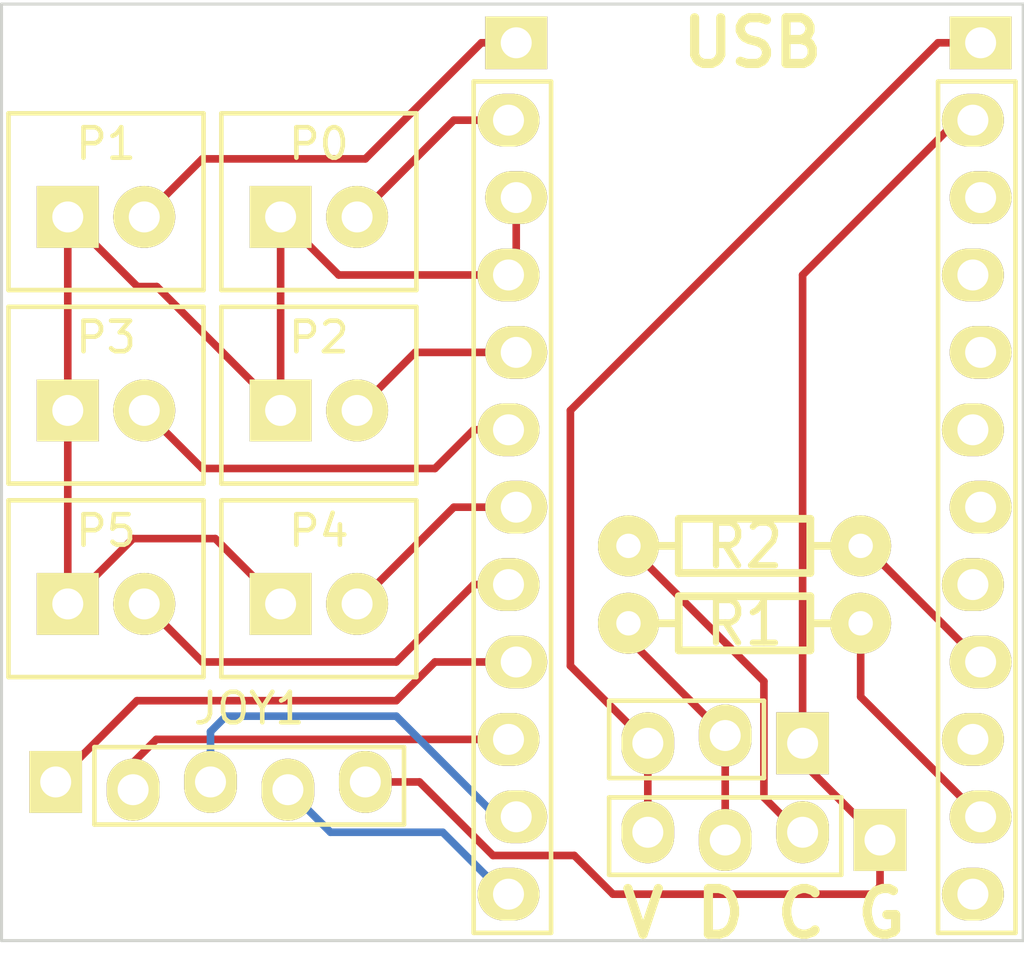
<source format=kicad_pcb>
(kicad_pcb (version 4) (host pcbnew "(after 2015-may-01 BZR unknown)-product")

  (general
    (links 28)
    (no_connects 1)
    (area 0 0 0 0)
    (thickness 1.6)
    (drawings 6)
    (tracks 74)
    (zones 0)
    (modules 13)
    (nets 25)
  )

  (page A4)
  (layers
    (0 F.Cu signal)
    (31 B.Cu signal)
    (32 B.Adhes user)
    (33 F.Adhes user)
    (34 B.Paste user)
    (35 F.Paste user)
    (36 B.SilkS user)
    (37 F.SilkS user)
    (38 B.Mask user)
    (39 F.Mask user)
    (40 Dwgs.User user)
    (41 Cmts.User user)
    (42 Eco1.User user)
    (43 Eco2.User user)
    (44 Edge.Cuts user)
    (45 Margin user)
    (46 B.CrtYd user)
    (47 F.CrtYd user)
    (48 B.Fab user)
    (49 F.Fab user)
  )

  (setup
    (last_trace_width 0.25)
    (trace_clearance 0.2)
    (zone_clearance 0.508)
    (zone_45_only no)
    (trace_min 0.2)
    (segment_width 0.2)
    (edge_width 0.1)
    (via_size 0.6)
    (via_drill 0.4)
    (via_min_size 0.4)
    (via_min_drill 0.3)
    (uvia_size 0.3)
    (uvia_drill 0.1)
    (uvias_allowed no)
    (uvia_min_size 0.2)
    (uvia_min_drill 0.1)
    (pcb_text_width 0.3)
    (pcb_text_size 1.5 1.5)
    (mod_edge_width 0.15)
    (mod_text_size 1 1)
    (mod_text_width 0.15)
    (pad_size 1.5 1.5)
    (pad_drill 0.6)
    (pad_to_mask_clearance 0)
    (aux_axis_origin 0 0)
    (visible_elements FFFFF77F)
    (pcbplotparams
      (layerselection 0x00030_80000001)
      (usegerberextensions false)
      (excludeedgelayer true)
      (linewidth 0.100000)
      (plotframeref false)
      (viasonmask false)
      (mode 1)
      (useauxorigin false)
      (hpglpennumber 1)
      (hpglpenspeed 20)
      (hpglpendiameter 15)
      (hpglpenoverlay 2)
      (psnegative false)
      (psa4output false)
      (plotreference true)
      (plotvalue true)
      (plotinvisibletext false)
      (padsonsilk false)
      (subtractmaskfromsilk false)
      (outputformat 1)
      (mirror false)
      (drillshape 1)
      (scaleselection 1)
      (outputdirectory ""))
  )

  (net 0 "")
  (net 1 D1)
  (net 2 D0)
  (net 3 GND)
  (net 4 D2)
  (net 5 D3)
  (net 6 D4)
  (net 7 D5)
  (net 8 D6)
  (net 9 D7)
  (net 10 D8)
  (net 11 D9)
  (net 12 RAW)
  (net 13 RST)
  (net 14 VCC)
  (net 15 21)
  (net 16 20)
  (net 17 19)
  (net 18 18)
  (net 19 SCLK)
  (net 20 14)
  (net 21 MOSI)
  (net 22 D10)
  (net 23 "Net-(L1-Pad2)")
  (net 24 "Net-(L2-Pad2)")

  (net_class Default "This is the default net class."
    (clearance 0.2)
    (trace_width 0.25)
    (via_dia 0.6)
    (via_drill 0.4)
    (uvia_dia 0.3)
    (uvia_drill 0.1)
    (add_net 14)
    (add_net 18)
    (add_net 19)
    (add_net 20)
    (add_net 21)
    (add_net D0)
    (add_net D1)
    (add_net D10)
    (add_net D2)
    (add_net D3)
    (add_net D4)
    (add_net D5)
    (add_net D6)
    (add_net D7)
    (add_net D8)
    (add_net D9)
    (add_net GND)
    (add_net MOSI)
    (add_net "Net-(L1-Pad2)")
    (add_net "Net-(L2-Pad2)")
    (add_net RAW)
    (add_net RST)
    (add_net SCLK)
    (add_net VCC)
  )

  (module PCB:1x12_offset (layer F.Cu) (tedit 557F2B60) (tstamp 557F22AB)
    (at 101.6 101.6)
    (descr "Through hole pin header")
    (tags "pin header")
    (path /557F0FDB)
    (fp_text reference H1 (at 0 -5.1) (layer F.SilkS) hide
      (effects (font (size 1 1) (thickness 0.15)))
    )
    (fp_text value CONN_01X12 (at 0 -3.1) (layer F.Fab) hide
      (effects (font (size 1 1) (thickness 0.15)))
    )
    (fp_line (start 1.27 1.27) (end 1.27 29.21) (layer F.SilkS) (width 0.15))
    (fp_line (start 1.27 29.21) (end -1.27 29.21) (layer F.SilkS) (width 0.15))
    (fp_line (start -1.27 29.21) (end -1.27 1.27) (layer F.SilkS) (width 0.15))
    (fp_line (start 1.27 1.27) (end -1.27 1.27) (layer F.SilkS) (width 0.15))
    (pad 1 thru_hole rect (at 0.127 0) (size 2.032 1.7272) (drill 1.016) (layers *.Cu *.Mask F.SilkS)
      (net 1 D1))
    (pad 2 thru_hole oval (at -0.127 2.54) (size 2.032 1.7272) (drill 1.016) (layers *.Cu *.Mask F.SilkS)
      (net 2 D0))
    (pad 3 thru_hole oval (at 0.127 5.08) (size 2.032 1.7272) (drill 1.016) (layers *.Cu *.Mask F.SilkS)
      (net 3 GND))
    (pad 4 thru_hole oval (at -0.127 7.62) (size 2.032 1.7272) (drill 1.016) (layers *.Cu *.Mask F.SilkS)
      (net 3 GND))
    (pad 5 thru_hole oval (at 0.127 10.16) (size 2.032 1.7272) (drill 1.016) (layers *.Cu *.Mask F.SilkS)
      (net 4 D2))
    (pad 6 thru_hole oval (at -0.127 12.7) (size 2.032 1.7272) (drill 1.016) (layers *.Cu *.Mask F.SilkS)
      (net 5 D3))
    (pad 7 thru_hole oval (at 0.127 15.24) (size 2.032 1.7272) (drill 1.016) (layers *.Cu *.Mask F.SilkS)
      (net 6 D4))
    (pad 8 thru_hole oval (at -0.127 17.78) (size 2.032 1.7272) (drill 1.016) (layers *.Cu *.Mask F.SilkS)
      (net 7 D5))
    (pad 9 thru_hole oval (at 0.127 20.32) (size 2.032 1.7272) (drill 1.016) (layers *.Cu *.Mask F.SilkS)
      (net 8 D6))
    (pad 10 thru_hole oval (at -0.127 22.86) (size 2.032 1.7272) (drill 1.016) (layers *.Cu *.Mask F.SilkS)
      (net 9 D7))
    (pad 11 thru_hole oval (at 0.127 25.4) (size 2.032 1.7272) (drill 1.016) (layers *.Cu *.Mask F.SilkS)
      (net 10 D8))
    (pad 12 thru_hole oval (at -0.127 27.94) (size 2.032 1.7272) (drill 1.016) (layers *.Cu *.Mask F.SilkS)
      (net 11 D9))
    (model Pin_Headers.3dshapes/Pin_Header_Straight_1x12.wrl
      (at (xyz 0 -0.55 0))
      (scale (xyz 1 1 1))
      (rotate (xyz 0 0 90))
    )
  )

  (module PCB:1x12_offset (layer F.Cu) (tedit 557F2B65) (tstamp 557F22BF)
    (at 116.84 101.6)
    (descr "Through hole pin header")
    (tags "pin header")
    (path /557F1053)
    (fp_text reference H2 (at 0 -5.1) (layer F.SilkS) hide
      (effects (font (size 1 1) (thickness 0.15)))
    )
    (fp_text value CONN_01X12 (at 0 -3.1) (layer F.Fab) hide
      (effects (font (size 1 1) (thickness 0.15)))
    )
    (fp_line (start 1.27 1.27) (end 1.27 29.21) (layer F.SilkS) (width 0.15))
    (fp_line (start 1.27 29.21) (end -1.27 29.21) (layer F.SilkS) (width 0.15))
    (fp_line (start -1.27 29.21) (end -1.27 1.27) (layer F.SilkS) (width 0.15))
    (fp_line (start 1.27 1.27) (end -1.27 1.27) (layer F.SilkS) (width 0.15))
    (pad 1 thru_hole rect (at 0.127 0) (size 2.032 1.7272) (drill 1.016) (layers *.Cu *.Mask F.SilkS)
      (net 12 RAW))
    (pad 2 thru_hole oval (at -0.127 2.54) (size 2.032 1.7272) (drill 1.016) (layers *.Cu *.Mask F.SilkS)
      (net 3 GND))
    (pad 3 thru_hole oval (at 0.127 5.08) (size 2.032 1.7272) (drill 1.016) (layers *.Cu *.Mask F.SilkS)
      (net 13 RST))
    (pad 4 thru_hole oval (at -0.127 7.62) (size 2.032 1.7272) (drill 1.016) (layers *.Cu *.Mask F.SilkS)
      (net 14 VCC))
    (pad 5 thru_hole oval (at 0.127 10.16) (size 2.032 1.7272) (drill 1.016) (layers *.Cu *.Mask F.SilkS)
      (net 15 21))
    (pad 6 thru_hole oval (at -0.127 12.7) (size 2.032 1.7272) (drill 1.016) (layers *.Cu *.Mask F.SilkS)
      (net 16 20))
    (pad 7 thru_hole oval (at 0.127 15.24) (size 2.032 1.7272) (drill 1.016) (layers *.Cu *.Mask F.SilkS)
      (net 17 19))
    (pad 8 thru_hole oval (at -0.127 17.78) (size 2.032 1.7272) (drill 1.016) (layers *.Cu *.Mask F.SilkS)
      (net 18 18))
    (pad 9 thru_hole oval (at 0.127 20.32) (size 2.032 1.7272) (drill 1.016) (layers *.Cu *.Mask F.SilkS)
      (net 19 SCLK))
    (pad 10 thru_hole oval (at -0.127 22.86) (size 2.032 1.7272) (drill 1.016) (layers *.Cu *.Mask F.SilkS)
      (net 20 14))
    (pad 11 thru_hole oval (at 0.127 25.4) (size 2.032 1.7272) (drill 1.016) (layers *.Cu *.Mask F.SilkS)
      (net 21 MOSI))
    (pad 12 thru_hole oval (at -0.127 27.94) (size 2.032 1.7272) (drill 1.016) (layers *.Cu *.Mask F.SilkS)
      (net 22 D10))
    (model Pin_Headers.3dshapes/Pin_Header_Straight_1x12.wrl
      (at (xyz 0 -0.55 0))
      (scale (xyz 1 1 1))
      (rotate (xyz 0 0 90))
    )
  )

  (module PCB:1x5_offset (layer F.Cu) (tedit 557F29C4) (tstamp 557F22CC)
    (at 86.614 125.984 90)
    (descr "Through hole pin header")
    (tags "pin header")
    (path /557F18EE)
    (fp_text reference JOY1 (at 2.54 6.35 180) (layer F.SilkS)
      (effects (font (size 1 1) (thickness 0.15)))
    )
    (fp_text value CONN_01X05 (at 0 -3.1 90) (layer F.Fab) hide
      (effects (font (size 1 1) (thickness 0.15)))
    )
    (fp_line (start 1.27 1.27) (end 1.27 11.43) (layer F.SilkS) (width 0.15))
    (fp_line (start 1.27 11.43) (end -1.27 11.43) (layer F.SilkS) (width 0.15))
    (fp_line (start -1.27 11.43) (end -1.27 1.27) (layer F.SilkS) (width 0.15))
    (fp_line (start 1.27 1.27) (end -1.27 1.27) (layer F.SilkS) (width 0.15))
    (pad 1 thru_hole rect (at 0.127 0 90) (size 2.032 1.7272) (drill 1.016) (layers *.Cu *.Mask F.SilkS)
      (net 8 D6))
    (pad 2 thru_hole oval (at -0.127 2.54 90) (size 2.032 1.7272) (drill 1.016) (layers *.Cu *.Mask F.SilkS)
      (net 9 D7))
    (pad 3 thru_hole oval (at 0.127 5.08 90) (size 2.032 1.7272) (drill 1.016) (layers *.Cu *.Mask F.SilkS)
      (net 10 D8))
    (pad 4 thru_hole oval (at -0.127 7.62 90) (size 2.032 1.7272) (drill 1.016) (layers *.Cu *.Mask F.SilkS)
      (net 11 D9))
    (pad 5 thru_hole oval (at 0.127 10.16 90) (size 2.032 1.7272) (drill 1.016) (layers *.Cu *.Mask F.SilkS)
      (net 3 GND))
    (model Pin_Headers.3dshapes/Pin_Header_Straight_1x05.wrl
      (at (xyz 0 -0.2 0))
      (scale (xyz 1 1 1))
      (rotate (xyz 0 0 90))
    )
  )

  (module PCB:1x3_offset (layer F.Cu) (tedit 557F2521) (tstamp 557F22D7)
    (at 111.125 124.46 270)
    (descr "Through hole pin header")
    (tags "pin header")
    (path /557F35A8)
    (fp_text reference L1 (at 0 -5.1 270) (layer F.SilkS) hide
      (effects (font (size 1 1) (thickness 0.15)))
    )
    (fp_text value CONN_01X03 (at 0 -3.1 270) (layer F.Fab) hide
      (effects (font (size 1 1) (thickness 0.15)))
    )
    (fp_line (start -1.27 1.27) (end -1.27 6.35) (layer F.SilkS) (width 0.15))
    (fp_line (start -1.27 6.35) (end 1.27 6.35) (layer F.SilkS) (width 0.15))
    (fp_line (start 1.27 6.35) (end 1.27 1.27) (layer F.SilkS) (width 0.15))
    (fp_line (start 1.27 1.27) (end -1.27 1.27) (layer F.SilkS) (width 0.15))
    (pad 1 thru_hole rect (at 0.127 0 270) (size 2.032 1.7272) (drill 1.016) (layers *.Cu *.Mask F.SilkS)
      (net 3 GND))
    (pad 2 thru_hole oval (at -0.127 2.54 270) (size 2.032 1.7272) (drill 1.016) (layers *.Cu *.Mask F.SilkS)
      (net 23 "Net-(L1-Pad2)"))
    (pad 3 thru_hole oval (at 0.127 5.08 270) (size 2.032 1.7272) (drill 1.016) (layers *.Cu *.Mask F.SilkS)
      (net 12 RAW))
    (model Pin_Headers.3dshapes/Pin_Header_Straight_1x03.wrl
      (at (xyz 0 -0.1 0))
      (scale (xyz 1 1 1))
      (rotate (xyz 0 0 90))
    )
  )

  (module PCB:1x4_offset (layer F.Cu) (tedit 557F24F5) (tstamp 557F22E3)
    (at 113.665 127.635 270)
    (descr "Through hole pin header")
    (tags "pin header")
    (path /557F1B77)
    (fp_text reference L2 (at 0 -5.1 270) (layer F.SilkS) hide
      (effects (font (size 1 1) (thickness 0.15)))
    )
    (fp_text value CONN_01X04 (at 0 -3.1 270) (layer F.Fab) hide
      (effects (font (size 1 1) (thickness 0.15)))
    )
    (fp_line (start -1.27 1.27) (end -1.27 8.89) (layer F.SilkS) (width 0.15))
    (fp_line (start 1.27 1.27) (end 1.27 8.89) (layer F.SilkS) (width 0.15))
    (fp_line (start -1.27 8.89) (end 1.27 8.89) (layer F.SilkS) (width 0.15))
    (fp_line (start 1.27 1.27) (end -1.27 1.27) (layer F.SilkS) (width 0.15))
    (pad 1 thru_hole rect (at 0.127 0 270) (size 2.032 1.7272) (drill 1.016) (layers *.Cu *.Mask F.SilkS)
      (net 3 GND))
    (pad 2 thru_hole oval (at -0.127 2.54 270) (size 2.032 1.7272) (drill 1.016) (layers *.Cu *.Mask F.SilkS)
      (net 24 "Net-(L2-Pad2)"))
    (pad 3 thru_hole oval (at 0.127 5.08 270) (size 2.032 1.7272) (drill 1.016) (layers *.Cu *.Mask F.SilkS)
      (net 23 "Net-(L1-Pad2)"))
    (pad 4 thru_hole oval (at -0.127 7.62 270) (size 2.032 1.7272) (drill 1.016) (layers *.Cu *.Mask F.SilkS)
      (net 12 RAW))
    (model Pin_Headers.3dshapes/Pin_Header_Straight_1x04.wrl
      (at (xyz 0 -0.15 0))
      (scale (xyz 1 1 1))
      (rotate (xyz 0 0 90))
    )
  )

  (module PCB:Arcade_1x2 (layer F.Cu) (tedit 557F1F5A) (tstamp 557F22ED)
    (at 95.25 107.315 90)
    (descr "Through hole pin header")
    (tags "pin header")
    (path /557F1428)
    (fp_text reference P0 (at 2.4 0 180) (layer F.SilkS)
      (effects (font (size 1 1) (thickness 0.15)))
    )
    (fp_text value CONN_01X02 (at 2.2 -2 180) (layer F.Fab) hide
      (effects (font (size 1 1) (thickness 0.15)))
    )
    (fp_line (start -2.4 -3.2) (end 3.4 -3.2) (layer F.SilkS) (width 0.15))
    (fp_line (start 3.4 -3.2) (end 3.4 3.2) (layer F.SilkS) (width 0.15))
    (fp_line (start 3.4 3.2) (end -2.4 3.2) (layer F.SilkS) (width 0.15))
    (fp_line (start -2.4 3.2) (end -2.4 -3.2) (layer F.SilkS) (width 0.15))
    (pad 1 thru_hole rect (at 0 -1.255 90) (size 2.032 2.032) (drill 1.016) (layers *.Cu *.Mask F.SilkS)
      (net 3 GND))
    (pad 2 thru_hole oval (at 0 1.255 90) (size 2.032 2.032) (drill 1.016) (layers *.Cu *.Mask F.SilkS)
      (net 2 D0))
    (model Pin_Headers.3dshapes/Pin_Header_Straight_1x02.wrl
      (at (xyz 0 -0.05 0))
      (scale (xyz 1 1 1))
      (rotate (xyz 0 0 90))
    )
  )

  (module PCB:Arcade_1x2 (layer F.Cu) (tedit 557F1F5A) (tstamp 557F22F7)
    (at 88.265 107.315 90)
    (descr "Through hole pin header")
    (tags "pin header")
    (path /557F16BF)
    (fp_text reference P1 (at 2.4 0 180) (layer F.SilkS)
      (effects (font (size 1 1) (thickness 0.15)))
    )
    (fp_text value CONN_01X02 (at 2.2 -2 180) (layer F.Fab) hide
      (effects (font (size 1 1) (thickness 0.15)))
    )
    (fp_line (start -2.4 -3.2) (end 3.4 -3.2) (layer F.SilkS) (width 0.15))
    (fp_line (start 3.4 -3.2) (end 3.4 3.2) (layer F.SilkS) (width 0.15))
    (fp_line (start 3.4 3.2) (end -2.4 3.2) (layer F.SilkS) (width 0.15))
    (fp_line (start -2.4 3.2) (end -2.4 -3.2) (layer F.SilkS) (width 0.15))
    (pad 1 thru_hole rect (at 0 -1.255 90) (size 2.032 2.032) (drill 1.016) (layers *.Cu *.Mask F.SilkS)
      (net 3 GND))
    (pad 2 thru_hole oval (at 0 1.255 90) (size 2.032 2.032) (drill 1.016) (layers *.Cu *.Mask F.SilkS)
      (net 1 D1))
    (model Pin_Headers.3dshapes/Pin_Header_Straight_1x02.wrl
      (at (xyz 0 -0.05 0))
      (scale (xyz 1 1 1))
      (rotate (xyz 0 0 90))
    )
  )

  (module PCB:Arcade_1x2 (layer F.Cu) (tedit 557F1F5A) (tstamp 557F2301)
    (at 95.25 113.665 90)
    (descr "Through hole pin header")
    (tags "pin header")
    (path /557F16F6)
    (fp_text reference P2 (at 2.4 0 180) (layer F.SilkS)
      (effects (font (size 1 1) (thickness 0.15)))
    )
    (fp_text value CONN_01X02 (at 2.2 -2 180) (layer F.Fab) hide
      (effects (font (size 1 1) (thickness 0.15)))
    )
    (fp_line (start -2.4 -3.2) (end 3.4 -3.2) (layer F.SilkS) (width 0.15))
    (fp_line (start 3.4 -3.2) (end 3.4 3.2) (layer F.SilkS) (width 0.15))
    (fp_line (start 3.4 3.2) (end -2.4 3.2) (layer F.SilkS) (width 0.15))
    (fp_line (start -2.4 3.2) (end -2.4 -3.2) (layer F.SilkS) (width 0.15))
    (pad 1 thru_hole rect (at 0 -1.255 90) (size 2.032 2.032) (drill 1.016) (layers *.Cu *.Mask F.SilkS)
      (net 3 GND))
    (pad 2 thru_hole oval (at 0 1.255 90) (size 2.032 2.032) (drill 1.016) (layers *.Cu *.Mask F.SilkS)
      (net 4 D2))
    (model Pin_Headers.3dshapes/Pin_Header_Straight_1x02.wrl
      (at (xyz 0 -0.05 0))
      (scale (xyz 1 1 1))
      (rotate (xyz 0 0 90))
    )
  )

  (module PCB:Arcade_1x2 (layer F.Cu) (tedit 557F1F5A) (tstamp 557F230B)
    (at 88.265 113.665 90)
    (descr "Through hole pin header")
    (tags "pin header")
    (path /557F1730)
    (fp_text reference P3 (at 2.4 0 180) (layer F.SilkS)
      (effects (font (size 1 1) (thickness 0.15)))
    )
    (fp_text value CONN_01X02 (at 2.2 -2 180) (layer F.Fab) hide
      (effects (font (size 1 1) (thickness 0.15)))
    )
    (fp_line (start -2.4 -3.2) (end 3.4 -3.2) (layer F.SilkS) (width 0.15))
    (fp_line (start 3.4 -3.2) (end 3.4 3.2) (layer F.SilkS) (width 0.15))
    (fp_line (start 3.4 3.2) (end -2.4 3.2) (layer F.SilkS) (width 0.15))
    (fp_line (start -2.4 3.2) (end -2.4 -3.2) (layer F.SilkS) (width 0.15))
    (pad 1 thru_hole rect (at 0 -1.255 90) (size 2.032 2.032) (drill 1.016) (layers *.Cu *.Mask F.SilkS)
      (net 3 GND))
    (pad 2 thru_hole oval (at 0 1.255 90) (size 2.032 2.032) (drill 1.016) (layers *.Cu *.Mask F.SilkS)
      (net 5 D3))
    (model Pin_Headers.3dshapes/Pin_Header_Straight_1x02.wrl
      (at (xyz 0 -0.05 0))
      (scale (xyz 1 1 1))
      (rotate (xyz 0 0 90))
    )
  )

  (module PCB:Arcade_1x2 (layer F.Cu) (tedit 557F1F5A) (tstamp 557F2315)
    (at 95.25 120.015 90)
    (descr "Through hole pin header")
    (tags "pin header")
    (path /557F189F)
    (fp_text reference P4 (at 2.4 0 180) (layer F.SilkS)
      (effects (font (size 1 1) (thickness 0.15)))
    )
    (fp_text value CONN_01X02 (at 2.2 -2 180) (layer F.Fab) hide
      (effects (font (size 1 1) (thickness 0.15)))
    )
    (fp_line (start -2.4 -3.2) (end 3.4 -3.2) (layer F.SilkS) (width 0.15))
    (fp_line (start 3.4 -3.2) (end 3.4 3.2) (layer F.SilkS) (width 0.15))
    (fp_line (start 3.4 3.2) (end -2.4 3.2) (layer F.SilkS) (width 0.15))
    (fp_line (start -2.4 3.2) (end -2.4 -3.2) (layer F.SilkS) (width 0.15))
    (pad 1 thru_hole rect (at 0 -1.255 90) (size 2.032 2.032) (drill 1.016) (layers *.Cu *.Mask F.SilkS)
      (net 3 GND))
    (pad 2 thru_hole oval (at 0 1.255 90) (size 2.032 2.032) (drill 1.016) (layers *.Cu *.Mask F.SilkS)
      (net 6 D4))
    (model Pin_Headers.3dshapes/Pin_Header_Straight_1x02.wrl
      (at (xyz 0 -0.05 0))
      (scale (xyz 1 1 1))
      (rotate (xyz 0 0 90))
    )
  )

  (module PCB:Arcade_1x2 (layer F.Cu) (tedit 557F1F5A) (tstamp 557F231F)
    (at 88.265 120.015 90)
    (descr "Through hole pin header")
    (tags "pin header")
    (path /557F18D9)
    (fp_text reference P5 (at 2.4 0 180) (layer F.SilkS)
      (effects (font (size 1 1) (thickness 0.15)))
    )
    (fp_text value CONN_01X02 (at 2.2 -2 180) (layer F.Fab) hide
      (effects (font (size 1 1) (thickness 0.15)))
    )
    (fp_line (start -2.4 -3.2) (end 3.4 -3.2) (layer F.SilkS) (width 0.15))
    (fp_line (start 3.4 -3.2) (end 3.4 3.2) (layer F.SilkS) (width 0.15))
    (fp_line (start 3.4 3.2) (end -2.4 3.2) (layer F.SilkS) (width 0.15))
    (fp_line (start -2.4 3.2) (end -2.4 -3.2) (layer F.SilkS) (width 0.15))
    (pad 1 thru_hole rect (at 0 -1.255 90) (size 2.032 2.032) (drill 1.016) (layers *.Cu *.Mask F.SilkS)
      (net 3 GND))
    (pad 2 thru_hole oval (at 0 1.255 90) (size 2.032 2.032) (drill 1.016) (layers *.Cu *.Mask F.SilkS)
      (net 7 D5))
    (model Pin_Headers.3dshapes/Pin_Header_Straight_1x02.wrl
      (at (xyz 0 -0.05 0))
      (scale (xyz 1 1 1))
      (rotate (xyz 0 0 90))
    )
  )

  (module w_pth_resistors:RC03 (layer F.Cu) (tedit 0) (tstamp 557F232B)
    (at 109.22 120.65 180)
    (descr "Resistor, RC03")
    (tags R)
    (path /557F29BF)
    (autoplace_cost180 10)
    (fp_text reference R1 (at 0 0 180) (layer F.SilkS)
      (effects (font (size 1.397 1.27) (thickness 0.2032)))
    )
    (fp_text value 330 (at 0 2.032 180) (layer F.SilkS) hide
      (effects (font (size 1.397 1.27) (thickness 0.2032)))
    )
    (fp_line (start 2.159 0) (end 3.81 0) (layer F.SilkS) (width 0.254))
    (fp_line (start -2.159 0) (end -3.81 0) (layer F.SilkS) (width 0.254))
    (fp_line (start -2.159 -0.889) (end -2.159 0.889) (layer F.SilkS) (width 0.254))
    (fp_line (start -2.159 0.889) (end 2.159 0.889) (layer F.SilkS) (width 0.254))
    (fp_line (start 2.159 0.889) (end 2.159 -0.889) (layer F.SilkS) (width 0.254))
    (fp_line (start 2.159 -0.889) (end -2.159 -0.889) (layer F.SilkS) (width 0.254))
    (pad 1 thru_hole circle (at -3.81 0 180) (size 1.99898 1.99898) (drill 0.8001) (layers *.Cu *.Mask F.SilkS)
      (net 21 MOSI))
    (pad 2 thru_hole circle (at 3.81 0 180) (size 1.99898 1.99898) (drill 0.8001) (layers *.Cu *.Mask F.SilkS)
      (net 23 "Net-(L1-Pad2)"))
    (model walter/pth_resistors/rc03.wrl
      (at (xyz 0 0 0))
      (scale (xyz 1 1 1))
      (rotate (xyz 0 0 0))
    )
  )

  (module w_pth_resistors:RC03 (layer F.Cu) (tedit 557F26C2) (tstamp 557F2337)
    (at 109.22 118.11 180)
    (descr "Resistor, RC03")
    (tags R)
    (path /557F2A6B)
    (autoplace_cost180 10)
    (fp_text reference R2 (at 0 0 180) (layer F.SilkS)
      (effects (font (size 1.397 1.27) (thickness 0.2032)))
    )
    (fp_text value 330 (at 0 2.032 180) (layer F.SilkS) hide
      (effects (font (size 1.397 1.27) (thickness 0.2032)))
    )
    (fp_line (start 2.159 0) (end 3.81 0) (layer F.SilkS) (width 0.254))
    (fp_line (start -2.159 0) (end -3.81 0) (layer F.SilkS) (width 0.254))
    (fp_line (start -2.159 -0.889) (end -2.159 0.889) (layer F.SilkS) (width 0.254))
    (fp_line (start -2.159 0.889) (end 2.159 0.889) (layer F.SilkS) (width 0.254))
    (fp_line (start 2.159 0.889) (end 2.159 -0.889) (layer F.SilkS) (width 0.254))
    (fp_line (start 2.159 -0.889) (end -2.159 -0.889) (layer F.SilkS) (width 0.254))
    (pad 1 thru_hole circle (at -3.81 0 180) (size 1.99898 1.99898) (drill 0.8001) (layers *.Cu *.Mask F.SilkS)
      (net 19 SCLK))
    (pad 2 thru_hole circle (at 3.81 0 180) (size 1.99898 1.99898) (drill 0.8001) (layers *.Cu *.Mask F.SilkS)
      (net 24 "Net-(L2-Pad2)"))
    (model walter/pth_resistors/rc03.wrl
      (at (xyz 0 0 0))
      (scale (xyz 1 1 1))
      (rotate (xyz 0 0 0))
    )
  )

  (gr_line (start 118.364 131.064) (end 118.364 100.33) (angle 90) (layer Edge.Cuts) (width 0.1))
  (gr_line (start 84.836 131.064) (end 118.364 131.064) (angle 90) (layer Edge.Cuts) (width 0.1))
  (gr_line (start 84.836 100.33) (end 84.836 131.064) (angle 90) (layer Edge.Cuts) (width 0.1))
  (gr_line (start 118.364 100.33) (end 84.836 100.33) (angle 90) (layer Edge.Cuts) (width 0.1))
  (gr_text USB (at 109.474 101.6) (layer F.SilkS)
    (effects (font (size 1.5 1.5) (thickness 0.3)))
  )
  (gr_text "V D C G" (at 109.855 130.175) (layer F.SilkS)
    (effects (font (size 1.5 1.5) (thickness 0.3)))
  )

  (segment (start 101.727 101.6) (end 100.584 101.6) (width 0.25) (layer F.Cu) (net 1) (status 400000))
  (segment (start 91.425 105.41) (end 89.52 107.315) (width 0.25) (layer F.Cu) (net 1) (tstamp 557F2BD7) (status 800000))
  (segment (start 96.774 105.41) (end 91.425 105.41) (width 0.25) (layer F.Cu) (net 1) (tstamp 557F2BD2))
  (segment (start 100.584 101.6) (end 96.774 105.41) (width 0.25) (layer F.Cu) (net 1) (tstamp 557F2BCF))
  (segment (start 101.473 104.14) (end 99.68 104.14) (width 0.25) (layer F.Cu) (net 2))
  (segment (start 99.68 104.14) (end 96.505 107.315) (width 0.25) (layer F.Cu) (net 2) (tstamp 557F2934))
  (segment (start 101.727 106.68) (end 101.727 108.966) (width 0.25) (layer F.Cu) (net 3) (status C00000))
  (segment (start 101.727 108.966) (end 101.473 109.22) (width 0.25) (layer F.Cu) (net 3) (tstamp 557F2B0C) (status C00000))
  (segment (start 101.473 109.22) (end 95.9 109.22) (width 0.25) (layer F.Cu) (net 3) (tstamp 557F2B0D) (status 400000))
  (segment (start 95.9 109.22) (end 93.995 107.315) (width 0.25) (layer F.Cu) (net 3) (tstamp 557F2B0E) (status 800000))
  (segment (start 93.995 107.315) (end 93.995 113.665) (width 0.25) (layer F.Cu) (net 3) (tstamp 557F2B10) (status C00000))
  (segment (start 93.995 113.665) (end 89.931 109.601) (width 0.25) (layer F.Cu) (net 3) (tstamp 557F2B11) (status 400000))
  (segment (start 89.931 109.601) (end 89.296 109.601) (width 0.25) (layer F.Cu) (net 3) (tstamp 557F2B14))
  (segment (start 89.296 109.601) (end 87.01 107.315) (width 0.25) (layer F.Cu) (net 3) (tstamp 557F2B1C) (status 800000))
  (segment (start 87.01 107.315) (end 87.01 113.665) (width 0.25) (layer F.Cu) (net 3) (tstamp 557F2B1D) (status C00000))
  (segment (start 87.01 113.665) (end 87.01 120.015) (width 0.25) (layer F.Cu) (net 3) (tstamp 557F2B1E) (status C00000))
  (segment (start 87.01 120.015) (end 89.154 117.871) (width 0.25) (layer F.Cu) (net 3) (tstamp 557F2B23) (status 400000))
  (segment (start 89.154 117.871) (end 91.851 117.871) (width 0.25) (layer F.Cu) (net 3) (tstamp 557F2B24))
  (segment (start 91.851 117.871) (end 93.995 120.015) (width 0.25) (layer F.Cu) (net 3) (tstamp 557F2B2A) (status 800000))
  (segment (start 113.665 127.762) (end 113.665 129.286) (width 0.25) (layer F.Cu) (net 3) (status 400000))
  (segment (start 98.552 125.857) (end 96.774 125.857) (width 0.25) (layer F.Cu) (net 3) (tstamp 557F2AD7) (status 800000))
  (segment (start 100.965 128.27) (end 98.552 125.857) (width 0.25) (layer F.Cu) (net 3) (tstamp 557F2AD3))
  (segment (start 103.632 128.27) (end 100.965 128.27) (width 0.25) (layer F.Cu) (net 3) (tstamp 557F2AD0))
  (segment (start 104.902 129.54) (end 103.632 128.27) (width 0.25) (layer F.Cu) (net 3) (tstamp 557F2ACD))
  (segment (start 113.411 129.54) (end 104.902 129.54) (width 0.25) (layer F.Cu) (net 3) (tstamp 557F2ACB))
  (segment (start 113.665 129.286) (end 113.411 129.54) (width 0.25) (layer F.Cu) (net 3) (tstamp 557F2AC7))
  (segment (start 116.713 104.14) (end 116.205 104.14) (width 0.25) (layer F.Cu) (net 3))
  (segment (start 116.205 104.14) (end 111.125 109.22) (width 0.25) (layer F.Cu) (net 3) (tstamp 557F291B))
  (segment (start 111.125 109.22) (end 111.125 125.222) (width 0.25) (layer F.Cu) (net 3) (tstamp 557F2922))
  (segment (start 111.125 125.222) (end 113.665 127.762) (width 0.25) (layer F.Cu) (net 3) (tstamp 557F2924))
  (segment (start 101.727 111.76) (end 98.41 111.76) (width 0.25) (layer F.Cu) (net 4))
  (segment (start 98.41 111.76) (end 96.505 113.665) (width 0.25) (layer F.Cu) (net 4) (tstamp 557F293C))
  (segment (start 101.473 114.3) (end 100.33 114.3) (width 0.25) (layer F.Cu) (net 5))
  (segment (start 91.425 115.57) (end 89.52 113.665) (width 0.25) (layer F.Cu) (net 5) (tstamp 557F2946))
  (segment (start 99.06 115.57) (end 91.425 115.57) (width 0.25) (layer F.Cu) (net 5) (tstamp 557F2944))
  (segment (start 100.33 114.3) (end 99.06 115.57) (width 0.25) (layer F.Cu) (net 5) (tstamp 557F2940))
  (segment (start 101.727 116.84) (end 99.68 116.84) (width 0.25) (layer F.Cu) (net 6))
  (segment (start 99.68 116.84) (end 96.505 120.015) (width 0.25) (layer F.Cu) (net 6) (tstamp 557F294A))
  (segment (start 101.473 119.38) (end 100.33 119.38) (width 0.25) (layer F.Cu) (net 7))
  (segment (start 91.425 121.92) (end 89.52 120.015) (width 0.25) (layer F.Cu) (net 7) (tstamp 557F2958))
  (segment (start 97.79 121.92) (end 91.425 121.92) (width 0.25) (layer F.Cu) (net 7) (tstamp 557F2956))
  (segment (start 100.33 119.38) (end 97.79 121.92) (width 0.25) (layer F.Cu) (net 7) (tstamp 557F2954))
  (segment (start 101.727 121.92) (end 99.06 121.92) (width 0.25) (layer F.Cu) (net 8) (status 400000))
  (segment (start 89.281 123.19) (end 86.614 125.857) (width 0.25) (layer F.Cu) (net 8) (tstamp 557F29FC) (status 800000))
  (segment (start 97.79 123.19) (end 89.281 123.19) (width 0.25) (layer F.Cu) (net 8) (tstamp 557F29FA))
  (segment (start 99.06 121.92) (end 97.79 123.19) (width 0.25) (layer F.Cu) (net 8) (tstamp 557F29F9))
  (segment (start 89.154 126.111) (end 89.154 125.222) (width 0.25) (layer F.Cu) (net 9) (status C00000))
  (segment (start 89.154 125.222) (end 89.916 124.46) (width 0.25) (layer F.Cu) (net 9) (tstamp 557F2A01) (status 400000))
  (segment (start 89.916 124.46) (end 101.473 124.46) (width 0.25) (layer F.Cu) (net 9) (tstamp 557F2A02) (status 800000))
  (segment (start 101.727 127) (end 101.092 127) (width 0.25) (layer B.Cu) (net 10) (status C00000))
  (segment (start 101.092 127) (end 97.79 123.698) (width 0.25) (layer B.Cu) (net 10) (tstamp 557F2A7D) (status 400000))
  (segment (start 97.79 123.698) (end 92.202 123.698) (width 0.25) (layer B.Cu) (net 10) (tstamp 557F2A81))
  (segment (start 92.202 123.698) (end 91.694 124.206) (width 0.25) (layer B.Cu) (net 10) (tstamp 557F2A85))
  (segment (start 91.694 124.206) (end 91.694 125.857) (width 0.25) (layer B.Cu) (net 10) (tstamp 557F2A87) (status 800000))
  (segment (start 101.473 129.54) (end 101.346 129.54) (width 0.25) (layer B.Cu) (net 11) (status C00000))
  (segment (start 101.346 129.54) (end 99.314 127.508) (width 0.25) (layer B.Cu) (net 11) (tstamp 557F2A8A) (status 400000))
  (segment (start 99.314 127.508) (end 95.631 127.508) (width 0.25) (layer B.Cu) (net 11) (tstamp 557F2AA4))
  (segment (start 95.631 127.508) (end 94.234 126.111) (width 0.25) (layer B.Cu) (net 11) (tstamp 557F2AA7) (status 800000))
  (segment (start 116.967 101.6) (end 115.57 101.6) (width 0.25) (layer F.Cu) (net 12))
  (segment (start 103.505 122.047) (end 106.045 124.587) (width 0.25) (layer F.Cu) (net 12) (tstamp 557F2915))
  (segment (start 103.505 113.665) (end 103.505 122.047) (width 0.25) (layer F.Cu) (net 12) (tstamp 557F290F))
  (segment (start 115.57 101.6) (end 103.505 113.665) (width 0.25) (layer F.Cu) (net 12) (tstamp 557F2904))
  (segment (start 106.045 124.587) (end 106.045 127.508) (width 0.25) (layer F.Cu) (net 12) (tstamp 557F2917))
  (segment (start 113.03 118.11) (end 113.157 118.11) (width 0.25) (layer F.Cu) (net 19))
  (segment (start 113.157 118.11) (end 116.967 121.92) (width 0.25) (layer F.Cu) (net 19) (tstamp 557F28D8))
  (segment (start 113.03 120.65) (end 113.03 123.063) (width 0.25) (layer F.Cu) (net 21))
  (segment (start 113.03 123.063) (end 116.967 127) (width 0.25) (layer F.Cu) (net 21) (tstamp 557F28DE))
  (segment (start 105.41 120.65) (end 105.41 121.158) (width 0.25) (layer F.Cu) (net 23))
  (segment (start 105.41 121.158) (end 108.585 124.333) (width 0.25) (layer F.Cu) (net 23) (tstamp 557F28F2))
  (segment (start 108.585 124.333) (end 108.585 127.762) (width 0.25) (layer F.Cu) (net 23) (tstamp 557F28F4))
  (segment (start 105.41 118.11) (end 109.855 122.555) (width 0.25) (layer F.Cu) (net 24))
  (segment (start 109.855 126.365) (end 110.998 127.508) (width 0.25) (layer F.Cu) (net 24) (tstamp 557F28F9))
  (segment (start 109.855 122.555) (end 109.855 126.365) (width 0.25) (layer F.Cu) (net 24) (tstamp 557F28F8))
  (segment (start 110.998 127.508) (end 111.125 127.508) (width 0.25) (layer F.Cu) (net 24) (tstamp 557F28FB))

)

</source>
